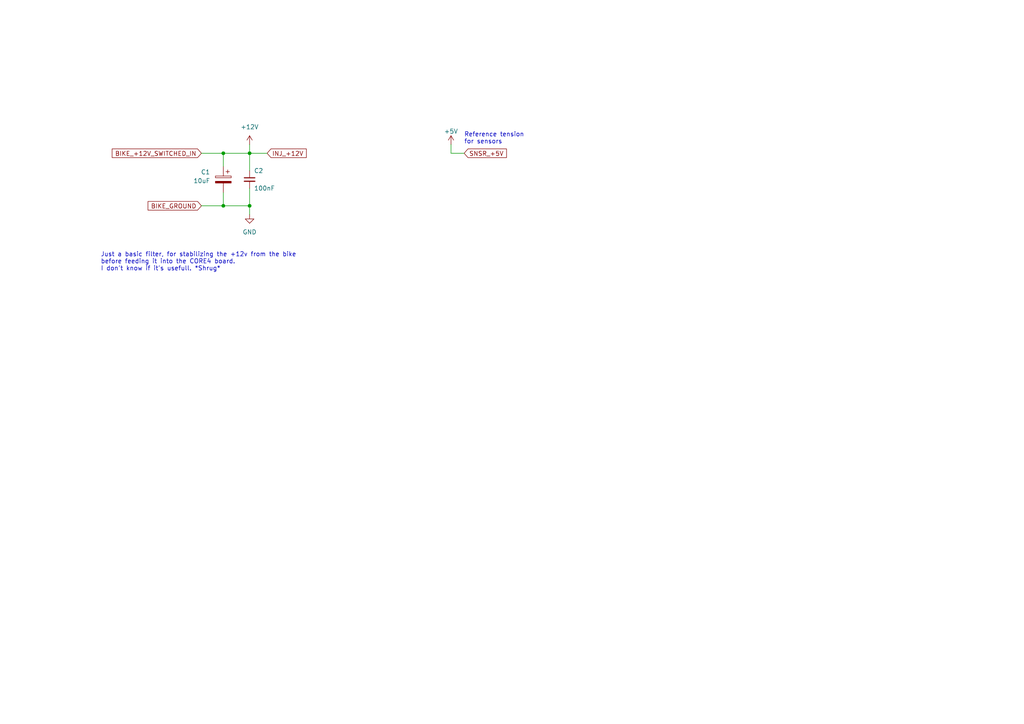
<source format=kicad_sch>
(kicad_sch (version 20231120) (generator "eeschema") (generator_version "8.0")
  (paper "A4")
  (lib_symbols
    (symbol "Device:C_Polarized" (pin_numbers hide) (pin_names (offset 0.254))
      (property "Reference" "C" (at 0.635 2.54 0))
      (property "Value" "C_Polarized" (at 0.635 -2.54 0))
      (symbol "C_Polarized_0_1"
        (rectangle (start -2.286 0.508) (end 2.286 1.016))
        (polyline (pts (xy -1.778 2.286) (xy -0.762 2.286)))
        (polyline (pts (xy -1.27 2.794) (xy -1.27 1.778)))
        (rectangle (start 2.286 -0.508) (end -2.286 -1.016) (fill (type outline)))
      )
      (symbol "C_Polarized_1_1"
        (pin passive line (at 0 3.81 270) (length 2.794) (name "~") (number "1"))
        (pin passive line (at 0 -3.81 90) (length 2.794) (name "~") (number "2"))
      )
    )
    (symbol "Device:C_Small" (pin_numbers hide) (pin_names (offset 0.254) hide)
      (property "Reference" "C" (at 0.254 1.778 0))
      (property "Value" "C_Small" (at 0.254 -2.032 0))
      (symbol "C_Small_0_1"
        (polyline (pts (xy -1.524 -0.508) (xy 1.524 -0.508)) (stroke (width 0.3302)))
        (polyline (pts (xy -1.524 0.508) (xy 1.524 0.508)) (stroke (width 0.3048)))
      )
      (symbol "C_Small_1_1"
        (pin passive line (at 0 2.54 270) (length 2.032) (name "~") (number "1"))
        (pin passive line (at 0 -2.54 90) (length 2.032) (name "~") (number "2"))
      )
    )
    (symbol "power:+12V" (power) (pin_names (offset 0))
      (property "Value" "+12V" (at 0 3.556 0))
      (symbol "+12V_0_1"
        (polyline (pts (xy -0.762 1.27) (xy 0 2.54)))
        (polyline (pts (xy 0 0) (xy 0 2.54)))
        (polyline (pts (xy 0 2.54) (xy 0.762 1.27)))
      )
      (symbol "+12V_1_1"
        (pin power_in line (at 0 0 90) (length 0) hide (name "+12V") (number "1"))
      )
    )
    (symbol "power:+5V" (power) (pin_names (offset 0))
      (property "Value" "+5V" (at 0 3.556 0))
      (symbol "+5V_0_1"
        (polyline (pts (xy -0.762 1.27) (xy 0 2.54)))
        (polyline (pts (xy 0 0) (xy 0 2.54)))
        (polyline (pts (xy 0 2.54) (xy 0.762 1.27)))
      )
      (symbol "+5V_1_1"
        (pin power_in line (at 0 0 90) (length 0) hide (name "+5V") (number "1"))
      )
    )
    (symbol "power:GND" (power) (pin_names (offset 0))
      (property "Value" "GND" (at 0 -3.81 0))
      (symbol "GND_0_1"
        (polyline (pts (xy 0 0) (xy 0 -1.27) (xy 1.27 -1.27) (xy 0 -2.54) (xy -1.27 -1.27) (xy 0 -1.27)))
      )
      (symbol "GND_1_1"
        (pin power_in line (at 0 0 270) (length 0) hide (name "GND") (number "1"))
      )
    )
  )
  (junction (at 72.39 44.45))
  (junction (at 64.77 44.45))
  (junction (at 72.39 59.69))
  (junction (at 64.77 59.69))
  (wire (pts (xy 72.39 44.45) (xy 77.47 44.45)))
  (wire (pts (xy 130.81 41.91) (xy 130.81 44.45)))
  (wire (pts (xy 72.39 59.69) (xy 72.39 62.23)))
  (wire (pts (xy 64.77 59.69) (xy 72.39 59.69)))
  (wire (pts (xy 130.81 44.45) (xy 134.62 44.45)))
  (wire (pts (xy 72.39 59.69) (xy 72.39 54.61)))
  (wire (pts (xy 64.77 55.88) (xy 64.77 59.69)))
  (wire (pts (xy 58.42 44.45) (xy 64.77 44.45)))
  (wire (pts (xy 72.39 44.45) (xy 72.39 49.53)))
  (wire (pts (xy 64.77 44.45) (xy 72.39 44.45)))
  (wire (pts (xy 58.42 59.69) (xy 64.77 59.69)))
  (wire (pts (xy 64.77 44.45) (xy 64.77 48.26)))
  (wire (pts (xy 72.39 41.91) (xy 72.39 44.45)))
  (text "Reference tension\nfor sensors" (at 134.62 41.91 0) (effects (font (size 1.27 1.27)) (justify left bottom)))
  (text "Just a basic filter, for stabilizing the +12v from the bike\nbefore feeding it into the CORE4 board.\nI don't know if it's usefull. *Shrug*" (at 29.21 78.74 0) (effects (font (size 1.27 1.27)) (justify left bottom)))
  (global_label "INJ_+12V" (shape input) (at 77.47 44.45 0) (property "Intersheetrefs" "${INTERSHEET_REFS}" (effects (hide yes))))
  (global_label "BIKE_GROUND" (shape input) (at 58.42 59.69 180) (property "Intersheetrefs" "${INTERSHEET_REFS}" (effects (hide yes))))
  (global_label "BIKE_+12V_SWITCHED_IN" (shape input) (at 58.42 44.45 180) (property "Intersheetrefs" "${INTERSHEET_REFS}" (effects (hide yes))))
  (global_label "SNSR_+5V" (shape input) (at 134.62 44.45 0) (property "Intersheetrefs" "${INTERSHEET_REFS}" (effects (hide yes))))
  (symbol (lib_id "power:GND") (at 72.39 62.23 0) (unit 1)
    (property "Reference" "#PWR011" (effects (hide yes)))
    (property "Value" "GND" (at 72.39 67.31 0))
  )
  (symbol (lib_id "Device:C_Small") (at 72.39 52.07 0) (unit 1)
    (property "Reference" "C2" (at 73.66 49.53 0) (effects (justify left)))
    (property "Value" "100nF" (at 73.66 54.61 0) (effects (justify left)))
    (property "Footprint" "Capacitor_SMD:C_1206_3216Metric_Pad1.33x1.80mm_HandSolder" (effects (hide yes)))
  )
  (symbol (lib_id "power:+12V") (at 72.39 41.91 0) (unit 1)
    (property "Reference" "#PWR010" (effects (hide yes)))
    (property "Value" "+12V" (at 72.39 36.83 0))
  )
  (symbol (lib_id "power:+5V") (at 130.81 41.91 0) (unit 1)
    (property "Reference" "#PWR012" (effects (hide yes)))
    (property "Value" "+5V" (at 130.81 38.1 0))
  )
  (symbol (lib_id "Device:C_Polarized") (at 64.77 52.07 0) (mirror y) (unit 1)
    (property "Reference" "C1" (at 60.96 49.9109 0) (effects (justify left)))
    (property "Value" "10uF" (at 60.96 52.4509 0) (effects (justify left)))
    (property "Footprint" "Capacitor_THT:CP_Radial_D5.0mm_P2.50mm" (effects (hide yes)))
    (property "Description" "Polarized capacitor" (effects (hide yes)))
  )
)
</source>
